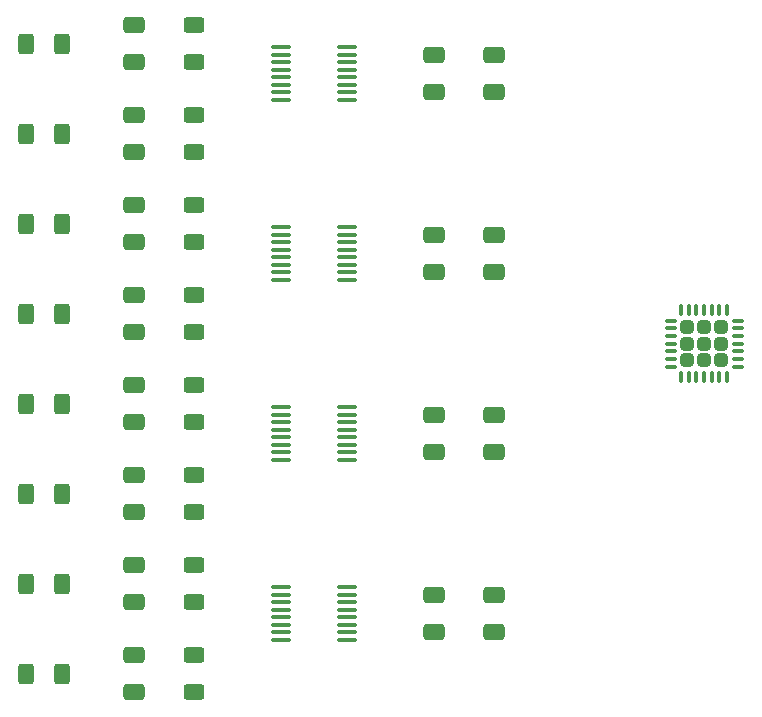
<source format=gbr>
%TF.GenerationSoftware,KiCad,Pcbnew,8.0.4-8.0.4-0~ubuntu22.04.1*%
%TF.CreationDate,2024-08-03T22:10:31+03:00*%
%TF.ProjectId,PM-DI16-DC24sink,504d2d44-4931-4362-9d44-43323473696e,rev?*%
%TF.SameCoordinates,Original*%
%TF.FileFunction,Paste,Top*%
%TF.FilePolarity,Positive*%
%FSLAX46Y46*%
G04 Gerber Fmt 4.6, Leading zero omitted, Abs format (unit mm)*
G04 Created by KiCad (PCBNEW 8.0.4-8.0.4-0~ubuntu22.04.1) date 2024-08-03 22:10:31*
%MOMM*%
%LPD*%
G01*
G04 APERTURE LIST*
G04 Aperture macros list*
%AMRoundRect*
0 Rectangle with rounded corners*
0 $1 Rounding radius*
0 $2 $3 $4 $5 $6 $7 $8 $9 X,Y pos of 4 corners*
0 Add a 4 corners polygon primitive as box body*
4,1,4,$2,$3,$4,$5,$6,$7,$8,$9,$2,$3,0*
0 Add four circle primitives for the rounded corners*
1,1,$1+$1,$2,$3*
1,1,$1+$1,$4,$5*
1,1,$1+$1,$6,$7*
1,1,$1+$1,$8,$9*
0 Add four rect primitives between the rounded corners*
20,1,$1+$1,$2,$3,$4,$5,0*
20,1,$1+$1,$4,$5,$6,$7,0*
20,1,$1+$1,$6,$7,$8,$9,0*
20,1,$1+$1,$8,$9,$2,$3,0*%
G04 Aperture macros list end*
%ADD10RoundRect,0.250000X0.625000X-0.400000X0.625000X0.400000X-0.625000X0.400000X-0.625000X-0.400000X0*%
%ADD11RoundRect,0.250000X-0.650000X0.412500X-0.650000X-0.412500X0.650000X-0.412500X0.650000X0.412500X0*%
%ADD12O,1.649999X0.399999*%
%ADD13RoundRect,0.250000X0.650000X-0.412500X0.650000X0.412500X-0.650000X0.412500X-0.650000X-0.412500X0*%
%ADD14RoundRect,0.250000X-0.400000X-0.625000X0.400000X-0.625000X0.400000X0.625000X-0.400000X0.625000X0*%
%ADD15RoundRect,0.250000X0.320000X-0.320000X0.320000X0.320000X-0.320000X0.320000X-0.320000X-0.320000X0*%
%ADD16RoundRect,0.075000X0.075000X-0.437500X0.075000X0.437500X-0.075000X0.437500X-0.075000X-0.437500X0*%
%ADD17RoundRect,0.075000X0.437500X-0.075000X0.437500X0.075000X-0.437500X0.075000X-0.437500X-0.075000X0*%
G04 APERTURE END LIST*
D10*
%TO.C,R9*%
X71120000Y-57430000D03*
X71120000Y-54330000D03*
%TD*%
D11*
%TO.C,C10*%
X96520000Y-72097500D03*
X96520000Y-75222500D03*
%TD*%
D12*
%TO.C,U3*%
X84105001Y-75882500D03*
X84105001Y-75247500D03*
X84105001Y-74612500D03*
X84105001Y-73977500D03*
X84105001Y-73342500D03*
X84105001Y-72707500D03*
X84105001Y-72072500D03*
X84105001Y-71437500D03*
X78455002Y-71437500D03*
X78455002Y-72072500D03*
X78455002Y-72707500D03*
X78455002Y-73342500D03*
X78455002Y-73977500D03*
X78455002Y-74612500D03*
X78455002Y-75247500D03*
X78455002Y-75882500D03*
%TD*%
D13*
%TO.C,C3*%
X66040000Y-87922500D03*
X66040000Y-84797500D03*
%TD*%
D14*
%TO.C,R3*%
X56870000Y-71120000D03*
X59970000Y-71120000D03*
%TD*%
D10*
%TO.C,R15*%
X71120000Y-103150000D03*
X71120000Y-100050000D03*
%TD*%
D13*
%TO.C,C7*%
X66040000Y-95542500D03*
X66040000Y-92417500D03*
%TD*%
D11*
%TO.C,C12*%
X96520000Y-102577500D03*
X96520000Y-105702500D03*
%TD*%
D13*
%TO.C,C8*%
X66040000Y-110782500D03*
X66040000Y-107657500D03*
%TD*%
D12*
%TO.C,U5*%
X84105001Y-106362500D03*
X84105001Y-105727500D03*
X84105001Y-105092500D03*
X84105001Y-104457500D03*
X84105001Y-103822500D03*
X84105001Y-103187500D03*
X84105001Y-102552500D03*
X84105001Y-101917500D03*
X78455002Y-101917500D03*
X78455002Y-102552500D03*
X78455002Y-103187500D03*
X78455002Y-103822500D03*
X78455002Y-104457500D03*
X78455002Y-105092500D03*
X78455002Y-105727500D03*
X78455002Y-106362500D03*
%TD*%
D11*
%TO.C,C13*%
X91440000Y-56857500D03*
X91440000Y-59982500D03*
%TD*%
D14*
%TO.C,R1*%
X56870000Y-55880000D03*
X59970000Y-55880000D03*
%TD*%
D13*
%TO.C,C2*%
X66040000Y-72682500D03*
X66040000Y-69557500D03*
%TD*%
D15*
%TO.C,U11*%
X112880000Y-82700000D03*
X114300000Y-82700000D03*
X115720000Y-82700000D03*
X112880000Y-81280000D03*
X114300000Y-81280000D03*
X115720000Y-81280000D03*
X112880000Y-79860000D03*
X114300000Y-79860000D03*
X115720000Y-79860000D03*
D16*
X112350000Y-84117500D03*
X113000000Y-84117500D03*
X113650000Y-84117500D03*
X114300000Y-84117500D03*
X114950000Y-84117500D03*
X115600000Y-84117500D03*
X116250000Y-84117500D03*
D17*
X117137500Y-83230000D03*
X117137500Y-82580000D03*
X117137500Y-81930000D03*
X117137500Y-81280000D03*
X117137500Y-80630000D03*
X117137500Y-79980000D03*
X117137500Y-79330000D03*
D16*
X116250000Y-78442500D03*
X115600000Y-78442500D03*
X114950000Y-78442500D03*
X114300000Y-78442500D03*
X113650000Y-78442500D03*
X113000000Y-78442500D03*
X112350000Y-78442500D03*
D17*
X111462500Y-79330000D03*
X111462500Y-79980000D03*
X111462500Y-80630000D03*
X111462500Y-81280000D03*
X111462500Y-81930000D03*
X111462500Y-82580000D03*
X111462500Y-83230000D03*
%TD*%
D13*
%TO.C,C4*%
X66040000Y-103162500D03*
X66040000Y-100037500D03*
%TD*%
D10*
%TO.C,R16*%
X71120000Y-110770000D03*
X71120000Y-107670000D03*
%TD*%
D14*
%TO.C,R6*%
X56870000Y-93980000D03*
X59970000Y-93980000D03*
%TD*%
D13*
%TO.C,C1*%
X66040000Y-57442500D03*
X66040000Y-54317500D03*
%TD*%
D10*
%TO.C,R10*%
X71120000Y-65050000D03*
X71120000Y-61950000D03*
%TD*%
D14*
%TO.C,R5*%
X56870000Y-86360000D03*
X59970000Y-86360000D03*
%TD*%
D13*
%TO.C,C6*%
X66040000Y-80302500D03*
X66040000Y-77177500D03*
%TD*%
D14*
%TO.C,R7*%
X56870000Y-101600000D03*
X59970000Y-101600000D03*
%TD*%
%TO.C,R4*%
X56870000Y-78740000D03*
X59970000Y-78740000D03*
%TD*%
D10*
%TO.C,R14*%
X71120000Y-95530000D03*
X71120000Y-92430000D03*
%TD*%
D14*
%TO.C,R2*%
X56870000Y-63500000D03*
X59970000Y-63500000D03*
%TD*%
D11*
%TO.C,C16*%
X91440000Y-102577500D03*
X91440000Y-105702500D03*
%TD*%
%TO.C,C9*%
X96520000Y-56857500D03*
X96520000Y-59982500D03*
%TD*%
D12*
%TO.C,U4*%
X84105001Y-91122500D03*
X84105001Y-90487500D03*
X84105001Y-89852500D03*
X84105001Y-89217500D03*
X84105001Y-88582500D03*
X84105001Y-87947500D03*
X84105001Y-87312500D03*
X84105001Y-86677500D03*
X78455002Y-86677500D03*
X78455002Y-87312500D03*
X78455002Y-87947500D03*
X78455002Y-88582500D03*
X78455002Y-89217500D03*
X78455002Y-89852500D03*
X78455002Y-90487500D03*
X78455002Y-91122500D03*
%TD*%
D11*
%TO.C,C14*%
X91440000Y-72097500D03*
X91440000Y-75222500D03*
%TD*%
%TO.C,C15*%
X91440000Y-87337500D03*
X91440000Y-90462500D03*
%TD*%
D13*
%TO.C,C5*%
X66040000Y-65062500D03*
X66040000Y-61937500D03*
%TD*%
D12*
%TO.C,U2*%
X84105001Y-60642500D03*
X84105001Y-60007500D03*
X84105001Y-59372500D03*
X84105001Y-58737500D03*
X84105001Y-58102500D03*
X84105001Y-57467500D03*
X84105001Y-56832500D03*
X84105001Y-56197500D03*
X78455002Y-56197500D03*
X78455002Y-56832500D03*
X78455002Y-57467500D03*
X78455002Y-58102500D03*
X78455002Y-58737500D03*
X78455002Y-59372500D03*
X78455002Y-60007500D03*
X78455002Y-60642500D03*
%TD*%
D10*
%TO.C,R11*%
X71120000Y-72670000D03*
X71120000Y-69570000D03*
%TD*%
%TO.C,R13*%
X71120000Y-87910000D03*
X71120000Y-84810000D03*
%TD*%
%TO.C,R12*%
X71120000Y-80290000D03*
X71120000Y-77190000D03*
%TD*%
D11*
%TO.C,C11*%
X96520000Y-87337500D03*
X96520000Y-90462500D03*
%TD*%
D14*
%TO.C,R8*%
X56870000Y-109220000D03*
X59970000Y-109220000D03*
%TD*%
M02*

</source>
